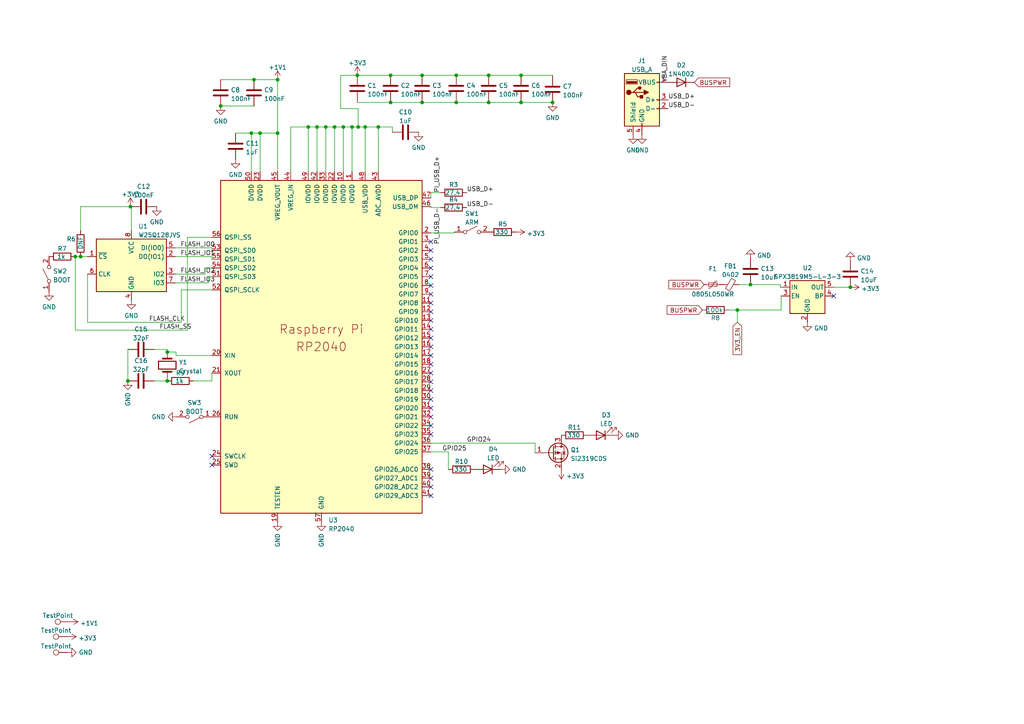
<source format=kicad_sch>
(kicad_sch (version 20211123) (generator eeschema)
  (paper "A4")
  (lib_symbols
    (symbol "Connector:TestPoint" (pin_numbers hide) (pin_names (offset 0.762) hide)
      (property "Reference" "TP" (at 0 6.858 0))
      (property "Value" "TestPoint" (at 0 5.08 0))
      (symbol "TestPoint_0_1"
        (circle (center 0 3.302) (radius 0.762))
      )
      (symbol "TestPoint_1_1"
        (pin passive line (at 0 0 90) (length 2.54) (name "1") (number "1"))
      )
    )
    (symbol "Connector:USB_A" (pin_names (offset 1.016))
      (property "Reference" "J" (at -5.08 11.43 0))
      (property "Value" "USB_A" (at -5.08 8.89 0))
      (symbol "USB_A_0_1"
        (rectangle (start -5.08 -7.62) (end 5.08 7.62) (stroke (width 0.254)) (fill (type background)))
        (circle (center -3.81 2.159) (radius 0.635) (stroke (width 0.254)) (fill (type outline)))
        (rectangle (start -1.524 4.826) (end -4.318 5.334) (fill (type outline)))
        (rectangle (start -1.27 4.572) (end -4.572 5.842))
        (circle (center -0.635 3.429) (radius 0.381) (stroke (width 0.254)) (fill (type outline)))
        (rectangle (start -0.127 -7.62) (end 0.127 -6.858))
        (polyline (pts (xy -3.175 2.159) (xy -2.54 2.159) (xy -1.27 3.429) (xy -0.635 3.429)) (stroke (width 0.254)))
        (polyline (pts (xy -2.54 2.159) (xy -1.905 2.159) (xy -1.27 0.889) (xy 0 0.889)) (stroke (width 0.254)))
        (polyline (pts (xy 0.635 2.794) (xy 0.635 1.524) (xy 1.905 2.159) (xy 0.635 2.794)) (stroke (width 0.254)) (fill (type outline)))
        (rectangle (start 0.254 1.27) (end -0.508 0.508) (stroke (width 0.254)) (fill (type outline)))
        (rectangle (start 5.08 -2.667) (end 4.318 -2.413))
        (rectangle (start 5.08 -0.127) (end 4.318 0.127))
        (rectangle (start 5.08 4.953) (end 4.318 5.207))
      )
      (symbol "USB_A_1_1"
        (polyline (pts (xy -1.905 2.159) (xy 0.635 2.159)) (stroke (width 0.254)))
        (pin power_in line (at 7.62 5.08 180) (length 2.54) (name "VBUS") (number "1"))
        (pin bidirectional line (at 7.62 -2.54 180) (length 2.54) (name "D-") (number "2"))
        (pin bidirectional line (at 7.62 0 180) (length 2.54) (name "D+") (number "3"))
        (pin power_in line (at 0 -10.16 90) (length 2.54) (name "GND") (number "4"))
        (pin passive line (at -2.54 -10.16 90) (length 2.54) (name "Shield") (number "5"))
      )
    )
    (symbol "Device:C" (pin_numbers hide) (pin_names (offset 0.254))
      (property "Reference" "C" (at 0.635 2.54 0))
      (property "Value" "C" (at 0.635 -2.54 0))
      (symbol "C_0_1"
        (polyline (pts (xy -2.032 -0.762) (xy 2.032 -0.762)) (stroke (width 0.508)))
        (polyline (pts (xy -2.032 0.762) (xy 2.032 0.762)) (stroke (width 0.508)))
      )
      (symbol "C_1_1"
        (pin passive line (at 0 3.81 270) (length 2.794) (name "~") (number "1"))
        (pin passive line (at 0 -3.81 90) (length 2.794) (name "~") (number "2"))
      )
    )
    (symbol "Device:Crystal" (pin_numbers hide) (pin_names (offset 1.016) hide)
      (property "Reference" "Y" (at 0 3.81 0))
      (property "Value" "Crystal" (at 0 -3.81 0))
      (symbol "Crystal_0_1"
        (rectangle (start -1.143 2.54) (end 1.143 -2.54) (stroke (width 0.3048)))
        (polyline (pts (xy -2.54 0) (xy -1.905 0)))
        (polyline (pts (xy -1.905 -1.27) (xy -1.905 1.27)) (stroke (width 0.508)))
        (polyline (pts (xy 1.905 -1.27) (xy 1.905 1.27)) (stroke (width 0.508)))
        (polyline (pts (xy 2.54 0) (xy 1.905 0)))
      )
      (symbol "Crystal_1_1"
        (pin passive line (at -3.81 0 0) (length 1.27) (name "1") (number "1"))
        (pin passive line (at 3.81 0 180) (length 1.27) (name "2") (number "2"))
      )
    )
    (symbol "Device:FerriteBead_Small" (pin_numbers hide) (pin_names (offset 0))
      (property "Reference" "FB" (at 1.905 1.27 0))
      (property "Value" "FerriteBead_Small" (at 1.905 -1.27 0))
      (symbol "FerriteBead_Small_0_1"
        (polyline (pts (xy 0 -1.27) (xy 0 -0.7874)))
        (polyline (pts (xy 0 0.889) (xy 0 1.2954)))
        (polyline (pts (xy -1.8288 0.2794) (xy -1.1176 1.4986) (xy 1.8288 -0.2032) (xy 1.1176 -1.4224) (xy -1.8288 0.2794)))
      )
      (symbol "FerriteBead_Small_1_1"
        (pin passive line (at 0 2.54 270) (length 1.27) (name "~") (number "1"))
        (pin passive line (at 0 -2.54 90) (length 1.27) (name "~") (number "2"))
      )
    )
    (symbol "Device:LED" (pin_numbers hide) (pin_names (offset 1.016) hide)
      (property "Reference" "D" (at 0 2.54 0))
      (property "Value" "LED" (at 0 -2.54 0))
      (symbol "LED_0_1"
        (polyline (pts (xy -1.27 -1.27) (xy -1.27 1.27)) (stroke (width 0.254)))
        (polyline (pts (xy -1.27 0) (xy 1.27 0)))
        (polyline (pts (xy 1.27 -1.27) (xy 1.27 1.27) (xy -1.27 0) (xy 1.27 -1.27)) (stroke (width 0.254)))
        (polyline (pts (xy -3.048 -0.762) (xy -4.572 -2.286) (xy -3.81 -2.286) (xy -4.572 -2.286) (xy -4.572 -1.524)))
        (polyline (pts (xy -1.778 -0.762) (xy -3.302 -2.286) (xy -2.54 -2.286) (xy -3.302 -2.286) (xy -3.302 -1.524)))
      )
      (symbol "LED_1_1"
        (pin passive line (at -3.81 0 0) (length 2.54) (name "K") (number "1"))
        (pin passive line (at 3.81 0 180) (length 2.54) (name "A") (number "2"))
      )
    )
    (symbol "Device:Polyfuse_Small" (pin_numbers hide) (pin_names (offset 0))
      (property "Reference" "F" (at -1.905 0 90))
      (property "Value" "Polyfuse_Small" (at 1.905 0 90))
      (symbol "Polyfuse_Small_0_1"
        (rectangle (start -0.508 1.27) (end 0.508 -1.27))
        (polyline (pts (xy 0 2.54) (xy 0 -2.54)))
        (polyline (pts (xy -1.016 1.27) (xy -1.016 0.762) (xy 1.016 -0.762) (xy 1.016 -1.27)))
      )
      (symbol "Polyfuse_Small_1_1"
        (pin passive line (at 0 2.54 270) (length 0.635) (name "~") (number "1"))
        (pin passive line (at 0 -2.54 90) (length 0.635) (name "~") (number "2"))
      )
    )
    (symbol "Device:R" (pin_numbers hide) (pin_names (offset 0))
      (property "Reference" "R" (at 2.032 0 90))
      (property "Value" "R" (at 0 0 90))
      (symbol "R_0_1"
        (rectangle (start -1.016 -2.54) (end 1.016 2.54) (stroke (width 0.254)))
      )
      (symbol "R_1_1"
        (pin passive line (at 0 3.81 270) (length 1.27) (name "~") (number "1"))
        (pin passive line (at 0 -3.81 90) (length 1.27) (name "~") (number "2"))
      )
    )
    (symbol "Diode:1N4002" (pin_numbers hide) (pin_names (offset 1.016) hide)
      (property "Reference" "D" (at 0 2.54 0))
      (property "Value" "1N4002" (at 0 -2.54 0))
      (symbol "1N4002_0_1"
        (polyline (pts (xy -1.27 1.27) (xy -1.27 -1.27)) (stroke (width 0.254)))
        (polyline (pts (xy 1.27 0) (xy -1.27 0)))
        (polyline (pts (xy 1.27 1.27) (xy 1.27 -1.27) (xy -1.27 0) (xy 1.27 1.27)) (stroke (width 0.254)))
      )
      (symbol "1N4002_1_1"
        (pin passive line (at -3.81 0 0) (length 2.54) (name "K") (number "1"))
        (pin passive line (at 3.81 0 180) (length 2.54) (name "A") (number "2"))
      )
    )
    (symbol "Memory_Flash:W25Q128JVS"
      (property "Reference" "U" (at -8.89 8.89 0))
      (property "Value" "W25Q128JVS" (at 7.62 8.89 0))
      (symbol "W25Q128JVS_0_1"
        (rectangle (start -10.16 7.62) (end 10.16 -7.62) (stroke (width 0.254)) (fill (type background)))
      )
      (symbol "W25Q128JVS_1_1"
        (pin input line (at -12.7 2.54 0) (length 2.54) (name "~{CS}") (number "1"))
        (pin bidirectional line (at 12.7 2.54 180) (length 2.54) (name "DO(IO1)") (number "2"))
        (pin bidirectional line (at 12.7 -2.54 180) (length 2.54) (name "IO2") (number "3"))
        (pin power_in line (at 0 -10.16 90) (length 2.54) (name "GND") (number "4"))
        (pin bidirectional line (at 12.7 5.08 180) (length 2.54) (name "DI(IO0)") (number "5"))
        (pin input line (at -12.7 -2.54 0) (length 2.54) (name "CLK") (number "6"))
        (pin bidirectional line (at 12.7 -5.08 180) (length 2.54) (name "IO3") (number "7"))
        (pin power_in line (at 0 10.16 270) (length 2.54) (name "VCC") (number "8"))
      )
    )
    (symbol "RP2040:RP2040" (pin_names (offset 1.016))
      (property "Reference" "U" (at -29.21 49.53 0))
      (property "Value" "RP2040" (at 24.13 -49.53 0))
      (symbol "RP2040_0_0"
        (text "Raspberry Pi" (at 0 5.08 0) (effects (font (size 2.54 2.54))))
        (text "RP2040" (at 0 0 0) (effects (font (size 2.54 2.54))))
      )
      (symbol "RP2040_0_1"
        (rectangle (start 29.21 48.26) (end -29.21 -48.26) (stroke (width 0.254)) (fill (type background)))
      )
      (symbol "RP2040_1_1"
        (pin power_in line (at 8.89 50.8 270) (length 2.54) (name "IOVDD") (number "1"))
        (pin power_in line (at 6.35 50.8 270) (length 2.54) (name "IOVDD") (number "10"))
        (pin bidirectional line (at 31.75 12.7 180) (length 2.54) (name "GPIO8") (number "11"))
        (pin bidirectional line (at 31.75 10.16 180) (length 2.54) (name "GPIO9") (number "12"))
        (pin bidirectional line (at 31.75 7.62 180) (length 2.54) (name "GPIO10") (number "13"))
        (pin bidirectional line (at 31.75 5.08 180) (length 2.54) (name "GPIO11") (number "14"))
        (pin bidirectional line (at 31.75 2.54 180) (length 2.54) (name "GPIO12") (number "15"))
        (pin bidirectional line (at 31.75 0 180) (length 2.54) (name "GPIO13") (number "16"))
        (pin bidirectional line (at 31.75 -2.54 180) (length 2.54) (name "GPIO14") (number "17"))
        (pin bidirectional line (at 31.75 -5.08 180) (length 2.54) (name "GPIO15") (number "18"))
        (pin passive line (at -12.7 -50.8 90) (length 2.54) (name "TESTEN") (number "19"))
        (pin bidirectional line (at 31.75 33.02 180) (length 2.54) (name "GPIO0") (number "2"))
        (pin input line (at -31.75 -2.54 0) (length 2.54) (name "XIN") (number "20"))
        (pin passive line (at -31.75 -7.62 0) (length 2.54) (name "XOUT") (number "21"))
        (pin power_in line (at 3.81 50.8 270) (length 2.54) (name "IOVDD") (number "22"))
        (pin power_in line (at -17.78 50.8 270) (length 2.54) (name "DVDD") (number "23"))
        (pin output line (at -31.75 -31.75 0) (length 2.54) (name "SWCLK") (number "24"))
        (pin bidirectional line (at -31.75 -34.29 0) (length 2.54) (name "SWD") (number "25"))
        (pin input line (at -31.75 -20.32 0) (length 2.54) (name "RUN") (number "26"))
        (pin bidirectional line (at 31.75 -7.62 180) (length 2.54) (name "GPIO16") (number "27"))
        (pin bidirectional line (at 31.75 -10.16 180) (length 2.54) (name "GPIO17") (number "28"))
        (pin bidirectional line (at 31.75 -12.7 180) (length 2.54) (name "GPIO18") (number "29"))
        (pin bidirectional line (at 31.75 30.48 180) (length 2.54) (name "GPIO1") (number "3"))
        (pin bidirectional line (at 31.75 -15.24 180) (length 2.54) (name "GPIO19") (number "30"))
        (pin bidirectional line (at 31.75 -17.78 180) (length 2.54) (name "GPIO20") (number "31"))
        (pin bidirectional line (at 31.75 -20.32 180) (length 2.54) (name "GPIO21") (number "32"))
        (pin power_in line (at 1.27 50.8 270) (length 2.54) (name "IOVDD") (number "33"))
        (pin bidirectional line (at 31.75 -22.86 180) (length 2.54) (name "GPIO22") (number "34"))
        (pin bidirectional line (at 31.75 -25.4 180) (length 2.54) (name "GPIO23") (number "35"))
        (pin bidirectional line (at 31.75 -27.94 180) (length 2.54) (name "GPIO24") (number "36"))
        (pin bidirectional line (at 31.75 -30.48 180) (length 2.54) (name "GPIO25") (number "37"))
        (pin bidirectional line (at 31.75 -35.56 180) (length 2.54) (name "GPIO26_ADC0") (number "38"))
        (pin bidirectional line (at 31.75 -38.1 180) (length 2.54) (name "GPIO27_ADC1") (number "39"))
        (pin bidirectional line (at 31.75 27.94 180) (length 2.54) (name "GPIO2") (number "4"))
        (pin bidirectional line (at 31.75 -40.64 180) (length 2.54) (name "GPIO28_ADC2") (number "40"))
        (pin bidirectional line (at 31.75 -43.18 180) (length 2.54) (name "GPIO29_ADC3") (number "41"))
        (pin power_in line (at -1.27 50.8 270) (length 2.54) (name "IOVDD") (number "42"))
        (pin power_in line (at 16.51 50.8 270) (length 2.54) (name "ADC_AVDD") (number "43"))
        (pin power_in line (at -8.89 50.8 270) (length 2.54) (name "VREG_IN") (number "44"))
        (pin power_out line (at -12.7 50.8 270) (length 2.54) (name "VREG_VOUT") (number "45"))
        (pin bidirectional line (at 31.75 40.64 180) (length 2.54) (name "USB_DM") (number "46"))
        (pin bidirectional line (at 31.75 43.18 180) (length 2.54) (name "USB_DP") (number "47"))
        (pin power_in line (at 12.7 50.8 270) (length 2.54) (name "USB_VDD") (number "48"))
        (pin power_in line (at -3.81 50.8 270) (length 2.54) (name "IOVDD") (number "49"))
        (pin bidirectional line (at 31.75 25.4 180) (length 2.54) (name "GPIO3") (number "5"))
        (pin power_in line (at -20.32 50.8 270) (length 2.54) (name "DVDD") (number "50"))
        (pin bidirectional line (at -31.75 20.32 0) (length 2.54) (name "QSPI_SD3") (number "51"))
        (pin output line (at -31.75 16.51 0) (length 2.54) (name "QSPI_SCLK") (number "52"))
        (pin bidirectional line (at -31.75 27.94 0) (length 2.54) (name "QSPI_SD0") (number "53"))
        (pin bidirectional line (at -31.75 22.86 0) (length 2.54) (name "QSPI_SD2") (number "54"))
        (pin bidirectional line (at -31.75 25.4 0) (length 2.54) (name "QSPI_SD1") (number "55"))
        (pin bidirectional line (at -31.75 31.75 0) (length 2.54) (name "QSPI_SS") (number "56"))
        (pin power_in line (at 0 -50.8 90) (length 2.54) (name "GND") (number "57"))
        (pin bidirectional line (at 31.75 22.86 180) (length 2.54) (name "GPIO4") (number "6"))
        (pin bidirectional line (at 31.75 20.32 180) (length 2.54) (name "GPIO5") (number "7"))
        (pin bidirectional line (at 31.75 17.78 180) (length 2.54) (name "GPIO6") (number "8"))
        (pin bidirectional line (at 31.75 15.24 180) (length 2.54) (name "GPIO7") (number "9"))
      )
    )
    (symbol "Regulator_Linear:SPX3819M5-L-3-3" (pin_names (offset 0.254))
      (property "Reference" "U" (at -3.81 5.715 0))
      (property "Value" "SPX3819M5-L-3-3" (at 0 5.715 0))
      (symbol "SPX3819M5-L-3-3_0_1"
        (rectangle (start -5.08 4.445) (end 5.08 -5.08) (stroke (width 0.254)) (fill (type background)))
      )
      (symbol "SPX3819M5-L-3-3_1_1"
        (pin power_in line (at -7.62 2.54 0) (length 2.54) (name "IN") (number "1"))
        (pin power_in line (at 0 -7.62 90) (length 2.54) (name "GND") (number "2"))
        (pin input line (at -7.62 0 0) (length 2.54) (name "EN") (number "3"))
        (pin input line (at 7.62 0 180) (length 2.54) (name "BP") (number "4"))
        (pin power_out line (at 7.62 2.54 180) (length 2.54) (name "OUT") (number "5"))
      )
    )
    (symbol "Switch:SW_SPST" (pin_names (offset 0) hide)
      (property "Reference" "SW" (at 0 3.175 0))
      (property "Value" "SW_SPST" (at 0 -2.54 0))
      (symbol "SW_SPST_0_0"
        (circle (center -2.032 0) (radius 0.508))
        (polyline (pts (xy -1.524 0.254) (xy 1.524 1.778)))
        (circle (center 2.032 0) (radius 0.508))
      )
      (symbol "SW_SPST_1_1"
        (pin passive line (at -5.08 0 0) (length 2.54) (name "A") (number "1"))
        (pin passive line (at 5.08 0 180) (length 2.54) (name "B") (number "2"))
      )
    )
    (symbol "Transistor_FET:Si2319CDS" (pin_names hide)
      (property "Reference" "Q" (at 5.08 1.905 0))
      (property "Value" "Si2319CDS" (at 5.08 0 0))
      (symbol "Si2319CDS_0_1"
        (polyline (pts (xy 0.254 0) (xy -2.54 0)))
        (polyline (pts (xy 0.254 1.905) (xy 0.254 -1.905)) (stroke (width 0.254)))
        (polyline (pts (xy 0.762 -1.27) (xy 0.762 -2.286)) (stroke (width 0.254)))
        (polyline (pts (xy 0.762 0.508) (xy 0.762 -0.508)) (stroke (width 0.254)))
        (polyline (pts (xy 0.762 2.286) (xy 0.762 1.27)) (stroke (width 0.254)))
        (polyline (pts (xy 2.54 2.54) (xy 2.54 1.778)))
        (polyline (pts (xy 2.54 -2.54) (xy 2.54 0) (xy 0.762 0)))
        (polyline (pts (xy 0.762 1.778) (xy 3.302 1.778) (xy 3.302 -1.778) (xy 0.762 -1.778)))
        (polyline (pts (xy 2.286 0) (xy 1.27 0.381) (xy 1.27 -0.381) (xy 2.286 0)) (fill (type outline)))
        (polyline (pts (xy 2.794 -0.508) (xy 2.921 -0.381) (xy 3.683 -0.381) (xy 3.81 -0.254)))
        (polyline (pts (xy 3.302 -0.381) (xy 2.921 0.254) (xy 3.683 0.254) (xy 3.302 -0.381)))
        (circle (center 1.651 0) (radius 2.794) (stroke (width 0.254)))
        (circle (center 2.54 -1.778) (radius 0.254) (fill (type outline)))
        (circle (center 2.54 1.778) (radius 0.254) (fill (type outline)))
      )
      (symbol "Si2319CDS_1_1"
        (pin input line (at -5.08 0 0) (length 2.54) (name "G") (number "1"))
        (pin passive line (at 2.54 -5.08 90) (length 2.54) (name "S") (number "2"))
        (pin passive line (at 2.54 5.08 270) (length 2.54) (name "D") (number "3"))
      )
    )
    (symbol "power:+1V1" (power) (pin_names (offset 0))
      (property "Value" "+1V1" (at 0 3.556 0))
      (symbol "+1V1_0_1"
        (polyline (pts (xy -0.762 1.27) (xy 0 2.54)))
        (polyline (pts (xy 0 0) (xy 0 2.54)))
        (polyline (pts (xy 0 2.54) (xy 0.762 1.27)))
      )
      (symbol "+1V1_1_1"
        (pin power_in line (at 0 0 90) (length 0) hide (name "+1V1") (number "1"))
      )
    )
    (symbol "power:+3.3V" (power) (pin_names (offset 0))
      (property "Value" "+3.3V" (at 0 3.556 0))
      (symbol "+3.3V_0_1"
        (polyline (pts (xy -0.762 1.27) (xy 0 2.54)))
        (polyline (pts (xy 0 0) (xy 0 2.54)))
        (polyline (pts (xy 0 2.54) (xy 0.762 1.27)))
      )
      (symbol "+3.3V_1_1"
        (pin power_in line (at 0 0 90) (length 0) hide (name "+3V3") (number "1"))
      )
    )
    (symbol "power:GND" (power) (pin_names (offset 0))
      (property "Value" "GND" (at 0 -3.81 0))
      (symbol "GND_0_1"
        (polyline (pts (xy 0 0) (xy 0 -1.27) (xy 1.27 -1.27) (xy 0 -2.54) (xy -1.27 -1.27) (xy 0 -1.27)))
      )
      (symbol "GND_1_1"
        (pin power_in line (at 0 0 270) (length 0) hide (name "GND") (number "1"))
      )
    )
  )
  (junction (at 132.334 21.844))
  (junction (at 80.518 23.114))
  (junction (at 151.13 21.844))
  (junction (at 246.634 83.312))
  (junction (at 48.514 102.108))
  (junction (at 48.514 110.49))
  (junction (at 80.518 38.608))
  (junction (at 113.284 21.844))
  (junction (at 37.084 110.49))
  (junction (at 21.844 74.422))
  (junction (at 73.66 23.114))
  (junction (at 109.728 36.83))
  (junction (at 91.948 36.83))
  (junction (at 141.732 29.718))
  (junction (at 160.274 29.718))
  (junction (at 75.438 38.608))
  (junction (at 89.408 36.83))
  (junction (at 113.284 29.718))
  (junction (at 122.428 21.844))
  (junction (at 213.868 89.916))
  (junction (at 105.918 36.83))
  (junction (at 97.028 36.83))
  (junction (at 151.13 29.718))
  (junction (at 103.886 36.83))
  (junction (at 72.898 38.608))
  (junction (at 132.334 29.718))
  (junction (at 102.108 36.83))
  (junction (at 103.632 21.844))
  (junction (at 94.488 36.83))
  (junction (at 23.368 74.422))
  (junction (at 37.846 59.944))
  (junction (at 122.428 29.718))
  (junction (at 141.732 21.844))
  (junction (at 64.008 30.734))
  (junction (at 99.568 36.83))
  (junction (at 217.678 82.55))
  (no_connect (at 241.808 85.852))
  (no_connect (at 61.468 132.334))
  (no_connect (at 61.468 134.874))
  (no_connect (at 124.968 141.224))
  (no_connect (at 124.968 143.764))
  (no_connect (at 124.968 136.144))
  (no_connect (at 124.968 138.684))
  (no_connect (at 124.968 125.984))
  (no_connect (at 124.968 123.444))
  (no_connect (at 124.968 120.904))
  (no_connect (at 124.968 118.364))
  (no_connect (at 124.968 115.824))
  (no_connect (at 124.968 113.284))
  (no_connect (at 124.968 110.744))
  (no_connect (at 124.968 108.204))
  (no_connect (at 124.968 105.664))
  (no_connect (at 124.968 103.124))
  (no_connect (at 124.968 100.584))
  (no_connect (at 124.968 98.044))
  (no_connect (at 124.968 95.504))
  (no_connect (at 124.968 92.964))
  (no_connect (at 124.968 90.424))
  (no_connect (at 124.968 87.884))
  (no_connect (at 124.968 85.344))
  (no_connect (at 124.968 82.804))
  (no_connect (at 124.968 80.264))
  (no_connect (at 124.968 77.724))
  (no_connect (at 124.968 75.184))
  (no_connect (at 124.968 72.644))
  (no_connect (at 124.968 70.104))
  (wire (pts (xy 214.376 82.55) (xy 217.678 82.55)))
  (wire (pts (xy 151.13 21.844) (xy 160.274 21.844)))
  (wire (pts (xy 241.808 83.312) (xy 246.634 83.312)))
  (wire (pts (xy 61.468 110.49) (xy 61.468 108.204)))
  (wire (pts (xy 80.518 38.608) (xy 80.518 23.114)))
  (wire (pts (xy 160.274 21.844) (xy 160.274 22.098)))
  (wire (pts (xy 54.356 95.758) (xy 21.844 95.758)))
  (wire (pts (xy 113.284 21.844) (xy 122.428 21.844)))
  (wire (pts (xy 103.886 36.83) (xy 103.886 31.496)))
  (wire (pts (xy 52.578 84.074) (xy 52.578 93.472)))
  (wire (pts (xy 213.868 89.916) (xy 213.868 93.472)))
  (wire (pts (xy 23.368 74.422) (xy 25.4 74.422)))
  (wire (pts (xy 151.13 29.718) (xy 141.732 29.718)))
  (wire (pts (xy 50.8 71.882) (xy 61.468 71.882)))
  (wire (pts (xy 124.968 128.524) (xy 155.194 128.524)))
  (wire (pts (xy 38.1 66.802) (xy 38.1 59.944)))
  (wire (pts (xy 21.844 74.422) (xy 23.368 74.422)))
  (wire (pts (xy 124.968 55.88) (xy 124.968 57.404)))
  (wire (pts (xy 51.054 102.108) (xy 48.514 102.108)))
  (wire (pts (xy 56.134 110.49) (xy 61.468 110.49)))
  (wire (pts (xy 141.732 29.718) (xy 132.334 29.718)))
  (wire (pts (xy 160.274 29.718) (xy 151.13 29.718)))
  (wire (pts (xy 122.428 29.718) (xy 113.284 29.718)))
  (wire (pts (xy 50.8 74.422) (xy 61.468 74.422)))
  (wire (pts (xy 127.762 55.88) (xy 124.968 55.88)))
  (wire (pts (xy 94.488 36.83) (xy 97.028 36.83)))
  (wire (pts (xy 44.704 101.346) (xy 48.514 101.346)))
  (wire (pts (xy 60.452 82.042) (xy 60.452 80.264)))
  (wire (pts (xy 98.806 21.844) (xy 103.632 21.844)))
  (wire (pts (xy 60.452 80.264) (xy 61.468 80.264)))
  (wire (pts (xy 61.468 103.124) (xy 51.054 103.124)))
  (wire (pts (xy 132.334 29.718) (xy 122.428 29.718)))
  (wire (pts (xy 226.314 83.312) (xy 226.568 83.312)))
  (wire (pts (xy 109.728 36.83) (xy 113.792 36.83)))
  (wire (pts (xy 141.732 21.844) (xy 151.13 21.844)))
  (wire (pts (xy 61.468 84.074) (xy 52.578 84.074)))
  (wire (pts (xy 103.632 21.844) (xy 113.284 21.844)))
  (wire (pts (xy 213.868 89.916) (xy 226.568 89.916)))
  (wire (pts (xy 122.428 29.464) (xy 122.428 29.718)))
  (wire (pts (xy 84.328 49.784) (xy 84.328 36.83)))
  (wire (pts (xy 89.408 49.784) (xy 89.408 36.83)))
  (wire (pts (xy 127.762 60.198) (xy 124.968 60.198)))
  (wire (pts (xy 113.284 29.464) (xy 113.284 29.718)))
  (wire (pts (xy 211.328 89.916) (xy 213.868 89.916)))
  (wire (pts (xy 109.728 36.83) (xy 105.918 36.83)))
  (wire (pts (xy 72.898 38.608) (xy 75.438 38.608)))
  (wire (pts (xy 226.568 89.916) (xy 226.568 85.852)))
  (wire (pts (xy 103.632 29.718) (xy 103.632 29.464)))
  (wire (pts (xy 64.008 30.734) (xy 73.66 30.734)))
  (wire (pts (xy 124.968 67.564) (xy 131.826 67.564)))
  (wire (pts (xy 97.028 36.83) (xy 99.568 36.83)))
  (wire (pts (xy 113.792 36.83) (xy 113.792 38.354)))
  (wire (pts (xy 75.438 49.784) (xy 75.438 38.608)))
  (wire (pts (xy 102.108 36.83) (xy 103.886 36.83)))
  (wire (pts (xy 99.568 36.83) (xy 99.568 49.784)))
  (wire (pts (xy 37.846 59.944) (xy 23.368 59.944)))
  (wire (pts (xy 59.436 77.724) (xy 61.468 77.724)))
  (wire (pts (xy 84.328 36.83) (xy 89.408 36.83)))
  (wire (pts (xy 124.968 131.064) (xy 130.048 131.064)))
  (wire (pts (xy 98.806 31.496) (xy 98.806 21.844)))
  (wire (pts (xy 37.084 110.49) (xy 37.592 110.49)))
  (wire (pts (xy 68.326 38.608) (xy 72.898 38.608)))
  (wire (pts (xy 48.514 110.49) (xy 48.514 109.728)))
  (wire (pts (xy 59.436 79.502) (xy 59.436 77.724)))
  (wire (pts (xy 89.408 36.83) (xy 91.948 36.83)))
  (wire (pts (xy 105.918 49.784) (xy 105.918 36.83)))
  (wire (pts (xy 151.13 29.464) (xy 151.13 29.718)))
  (wire (pts (xy 103.886 36.83) (xy 105.918 36.83)))
  (wire (pts (xy 102.108 36.83) (xy 102.108 49.784)))
  (wire (pts (xy 38.1 59.944) (xy 37.846 59.944)))
  (wire (pts (xy 51.054 103.124) (xy 51.054 102.108)))
  (wire (pts (xy 50.8 82.042) (xy 60.452 82.042)))
  (wire (pts (xy 141.732 29.464) (xy 141.732 29.718)))
  (wire (pts (xy 52.578 93.472) (xy 25.4 93.472)))
  (wire (pts (xy 48.514 101.346) (xy 48.514 102.108)))
  (wire (pts (xy 73.66 23.114) (xy 64.008 23.114)))
  (wire (pts (xy 226.314 82.55) (xy 226.314 83.312)))
  (wire (pts (xy 44.704 110.49) (xy 48.514 110.49)))
  (wire (pts (xy 113.284 29.718) (xy 103.632 29.718)))
  (wire (pts (xy 109.728 49.784) (xy 109.728 36.83)))
  (wire (pts (xy 132.334 29.464) (xy 132.334 29.718)))
  (wire (pts (xy 54.356 68.834) (xy 54.356 95.758)))
  (wire (pts (xy 99.568 36.83) (xy 102.108 36.83)))
  (wire (pts (xy 75.438 38.608) (xy 80.518 38.608)))
  (wire (pts (xy 61.468 74.422) (xy 61.468 75.184)))
  (wire (pts (xy 91.948 36.83) (xy 94.488 36.83)))
  (wire (pts (xy 50.8 79.502) (xy 59.436 79.502)))
  (wire (pts (xy 80.518 23.114) (xy 73.66 23.114)))
  (wire (pts (xy 131.826 67.564) (xy 131.826 67.31)))
  (wire (pts (xy 37.084 101.346) (xy 37.084 110.49)))
  (wire (pts (xy 72.898 38.608) (xy 72.898 49.784)))
  (wire (pts (xy 122.428 21.844) (xy 132.334 21.844)))
  (wire (pts (xy 23.368 59.944) (xy 23.368 66.802)))
  (wire (pts (xy 97.028 36.83) (xy 97.028 49.784)))
  (wire (pts (xy 80.518 49.784) (xy 80.518 38.608)))
  (wire (pts (xy 155.194 128.524) (xy 155.194 131.318)))
  (wire (pts (xy 21.844 95.758) (xy 21.844 74.422)))
  (wire (pts (xy 91.948 36.83) (xy 91.948 49.784)))
  (wire (pts (xy 130.048 131.064) (xy 130.048 136.144)))
  (wire (pts (xy 25.4 93.472) (xy 25.4 79.502)))
  (wire (pts (xy 217.678 82.55) (xy 226.314 82.55)))
  (wire (pts (xy 61.468 68.834) (xy 54.356 68.834)))
  (wire (pts (xy 132.334 21.844) (xy 141.732 21.844)))
  (wire (pts (xy 124.968 60.198) (xy 124.968 59.944)))
  (wire (pts (xy 103.886 31.496) (xy 98.806 31.496)))
  (wire (pts (xy 61.468 71.882) (xy 61.468 72.644)))
  (wire (pts (xy 94.488 36.83) (xy 94.488 49.784)))
  (label "VBA_DIN" (at 193.802 23.876 90))
  (label "FLASH_IO3" (at 52.324 82.042 0))
  (label "USB_D+" (at 135.382 55.88 0))
  (label "USB_D-" (at 135.382 60.198 0))
  (label "PI_USB_D+" (at 127.762 55.88 90))
  (label "GPIO24" (at 135.382 128.524 0))
  (label "USB_D-" (at 193.802 31.496 0))
  (label "FLASH_SS" (at 46.228 95.758 0))
  (label "USB_D+" (at 193.802 28.956 0))
  (label "FLASH_IO0" (at 52.324 71.882 0))
  (label "FLASH_IO1" (at 52.324 74.422 0))
  (label "FLASH_CLK" (at 43.18 93.472 0))
  (label "FLASH_IO2" (at 52.324 79.502 0))
  (label "PI_USB_D-" (at 127.762 60.198 270))
  (label "GPIO25" (at 128.27 131.064 0))
  (global_label "3V3_EN" (shape input) (at 213.868 93.472 270) (property "Intersheet References" "${INTERSHEET_REFS}" (effects hide)))
  (global_label "BUSPWR" (shape input) (at 203.708 89.916 180) (property "Intersheet References" "${INTERSHEET_REFS}" (effects hide)))
  (global_label "BUSPWR" (shape input) (at 204.216 82.55 180) (property "Intersheet References" "${INTERSHEET_REFS}" (effects hide)))
  (global_label "BUSPWR" (shape input) (at 201.422 23.876 0) (property "Intersheet References" "${INTERSHEET_REFS}" (effects hide)))
  (symbol (lib_id "Device:C") (at 132.334 25.654 0) (unit 1)
    (property "Reference" "C4" (at 135.255 24.8193 0) (effects (justify left)))
    (property "Value" "100nF" (at 135.255 27.3562 0) (effects (justify left)))
    (property "Footprint" "Capacitor_SMD:C_0402_1005Metric" (effects hide))
  )
  (symbol (lib_id "power:GND") (at 19.558 189.23 90) (unit 1)
    (property "Reference" "#PWR031" (effects hide))
    (property "Value" "GND" (at 26.924 189.23 90) (effects (justify left)))
  )
  (symbol (lib_id "Device:C") (at 217.678 78.74 180) (unit 1)
    (property "Reference" "C13" (at 220.599 77.9053 0) (effects (justify right)))
    (property "Value" "10uF" (at 220.599 80.4422 0) (effects (justify right)))
    (property "Footprint" "Capacitor_SMD:C_0603_1608Metric" (effects hide))
  )
  (symbol (lib_id "power:GND") (at 234.188 93.472 0) (unit 1)
    (property "Reference" "#PWR021" (effects hide))
    (property "Value" "GND" (at 236.093 95.1758 0) (effects (justify left)))
  )
  (symbol (lib_id "Device:R") (at 166.624 126.238 90) (unit 1)
    (property "Reference" "R11" (at 166.624 123.952 90))
    (property "Value" "330" (at 166.37 126.238 90))
    (property "Footprint" "Resistor_SMD:R_0402_1005Metric" (effects hide))
  )
  (symbol (lib_id "Device:C") (at 122.428 25.654 0) (unit 1)
    (property "Reference" "C3" (at 125.349 24.8193 0) (effects (justify left)))
    (property "Value" "100nF" (at 125.349 27.3562 0) (effects (justify left)))
    (property "Footprint" "Capacitor_SMD:C_0402_1005Metric" (effects hide))
  )
  (symbol (lib_id "Device:R") (at 145.796 67.31 90) (unit 1)
    (property "Reference" "R5" (at 145.796 65.024 90))
    (property "Value" "330" (at 145.542 67.31 90))
    (property "Footprint" "Resistor_SMD:R_0402_1005Metric" (effects hide))
  )
  (symbol (lib_id "Switch:SW_SPST") (at 14.224 79.502 90) (unit 1)
    (property "Reference" "SW2" (at 15.367 78.6673 90) (effects (justify right)))
    (property "Value" "BOOT" (at 15.367 81.2042 90) (effects (justify right)))
    (property "Footprint" "ALPS:SW_SPST_ALPS_SKRKAEE020" (effects hide))
  )
  (symbol (lib_id "Regulator_Linear:SPX3819M5-L-3-3") (at 234.188 85.852 0) (unit 1)
    (property "Reference" "U2" (at 234.188 77.7072 0))
    (property "Value" "SPX3819M5-L-3-3" (at 234.188 80.2441 0))
    (property "Footprint" "Package_TO_SOT_SMD:SOT-23-5" (effects hide))
    (property "Datasheet" "https://www.exar.com/content/document.ashx?id=22106&languageid=1033&type=Datasheet&partnumber=SPX3819&filename=SPX3819.pdf&part=SPX3819" (effects hide))
  )
  (symbol (lib_id "power:GND") (at 178.054 126.238 90) (unit 1)
    (property "Reference" "#PWR024" (effects hide))
    (property "Value" "GND" (at 185.42 126.238 90) (effects (justify left)))
  )
  (symbol (lib_id "Device:C") (at 160.274 25.908 0) (unit 1)
    (property "Reference" "C7" (at 163.195 25.0733 0) (effects (justify left)))
    (property "Value" "100nF" (at 163.195 27.6102 0) (effects (justify left)))
    (property "Footprint" "Capacitor_SMD:C_0402_1005Metric" (effects hide))
  )
  (symbol (lib_id "Transistor_FET:Si2319CDS") (at 160.274 131.318 0) (unit 1)
    (property "Reference" "Q1" (at 165.481 130.4833 0) (effects (justify left)))
    (property "Value" "Si2319CDS" (at 165.481 133.0202 0) (effects (justify left)))
    (property "Footprint" "Package_TO_SOT_SMD:SOT-23" (effects hide))
    (property "Datasheet" "http://www.vishay.com/docs/66709/si2319cd.pdf" (effects hide))
  )
  (symbol (lib_id "Device:C") (at 141.732 25.654 0) (unit 1)
    (property "Reference" "C5" (at 144.653 24.8193 0) (effects (justify left)))
    (property "Value" "100nF" (at 144.653 27.3562 0) (effects (justify left)))
    (property "Footprint" "Capacitor_SMD:C_0402_1005Metric" (effects hide))
  )
  (symbol (lib_id "Device:Polyfuse_Small") (at 206.756 82.55 90) (unit 1)
    (property "Reference" "F1" (at 206.756 77.9612 90))
    (property "Value" "0805L050WR" (at 206.756 85.344 90))
    (property "Footprint" "Fuse:Fuse_0805_2012Metric" (effects hide))
  )
  (symbol (lib_id "Device:C") (at 103.632 25.654 0) (unit 1)
    (property "Reference" "C1" (at 106.553 24.8193 0) (effects (justify left)))
    (property "Value" "100nF" (at 106.553 27.3562 0) (effects (justify left)))
    (property "Footprint" "Capacitor_SMD:C_0402_1005Metric" (effects hide))
  )
  (symbol (lib_id "Device:LED") (at 174.244 126.238 180) (unit 1)
    (property "Reference" "D3" (at 175.8315 120.3792 0))
    (property "Value" "LED" (at 175.8315 122.9161 0))
    (property "Footprint" "LED_SMD:LED_0402_1005Metric" (effects hide))
  )
  (symbol (lib_id "Device:R") (at 133.858 136.144 90) (unit 1)
    (property "Reference" "R10" (at 133.858 133.858 90))
    (property "Value" "330" (at 133.604 136.144 90))
    (property "Footprint" "Resistor_SMD:R_0402_1005Metric" (effects hide))
  )
  (symbol (lib_id "Connector:TestPoint") (at 19.558 184.658 90) (unit 1)
    (property "Reference" "TP4" (effects hide))
    (property "Value" "TestPoint" (at 16.256 182.8602 90))
    (property "Footprint" "TestPoint:TestPoint_Pad_2.0x2.0mm" (effects hide))
  )
  (symbol (lib_id "Connector:TestPoint") (at 19.558 189.23 90) (unit 1)
    (property "Reference" "TP5" (effects hide))
    (property "Value" "TestPoint" (at 16.256 187.4322 90))
    (property "Footprint" "TestPoint:TestPoint_Pad_2.0x2.0mm" (effects hide))
  )
  (symbol (lib_id "power:GND") (at 37.084 110.49 0) (unit 1)
    (property "Reference" "#PWR022" (effects hide))
    (property "Value" "GND" (at 37.084 117.856 90) (effects (justify left)))
  )
  (symbol (lib_id "Device:C") (at 117.602 38.354 90) (unit 1)
    (property "Reference" "C10" (at 117.602 32.4952 90))
    (property "Value" "1uF" (at 117.602 35.0321 90))
    (property "Footprint" "Capacitor_SMD:C_0402_1005Metric" (effects hide))
  )
  (symbol (lib_id "power:GND") (at 145.288 136.144 90) (unit 1)
    (property "Reference" "#PWR025" (effects hide))
    (property "Value" "GND" (at 152.654 136.144 90) (effects (justify left)))
  )
  (symbol (lib_id "power:GND") (at 217.678 74.93 180) (unit 1)
    (property "Reference" "#PWR016" (effects hide))
    (property "Value" "GND" (at 219.583 74.0938 0) (effects (justify right)))
  )
  (symbol (lib_id "Device:R") (at 18.034 74.422 90) (unit 1)
    (property "Reference" "R7" (at 18.034 72.136 90))
    (property "Value" "1k" (at 17.78 74.422 90))
    (property "Footprint" "Resistor_SMD:R_0402_1005Metric" (effects hide))
  )
  (symbol (lib_id "power:GND") (at 186.182 39.116 0) (unit 1)
    (property "Reference" "#PWR09" (effects hide))
    (property "Value" "GND" (at 186.182 43.5594 0))
  )
  (symbol (lib_id "Switch:SW_SPST") (at 56.388 120.904 180) (unit 1)
    (property "Reference" "SW3" (at 56.388 116.8232 0))
    (property "Value" "BOOT" (at 56.388 119.3601 0))
    (property "Footprint" "ALPS:SW_SPST_ALPS_SKRKAEE020" (effects hide))
  )
  (symbol (lib_id "Device:C") (at 73.66 26.924 0) (unit 1)
    (property "Reference" "C9" (at 76.581 26.0893 0) (effects (justify left)))
    (property "Value" "100nF" (at 76.581 28.6262 0) (effects (justify left)))
    (property "Footprint" "Capacitor_SMD:C_0402_1005Metric" (effects hide))
  )
  (symbol (lib_id "power:+3.3V") (at 37.846 59.944 0) (unit 1)
    (property "Reference" "#PWR011" (effects hide))
    (property "Value" "+3.3V" (at 37.846 56.3682 0))
  )
  (symbol (lib_id "power:GND") (at 38.1 87.122 0) (unit 1)
    (property "Reference" "#PWR020" (effects hide))
    (property "Value" "GND" (at 38.1 91.5654 0))
  )
  (symbol (lib_id "Memory_Flash:W25Q128JVS") (at 38.1 76.962 0) (unit 1)
    (property "Reference" "U1" (at 40.1194 65.6422 0) (effects (justify left)))
    (property "Value" "W25Q128JVS" (at 40.1194 68.1791 0) (effects (justify left)))
    (property "Footprint" "Package_SON:WSON-8-1EP_6x5mm_P1.27mm_EP3.4x4mm" (effects hide))
    (property "Datasheet" "http://www.winbond.com/resource-files/w25q128jv_dtr%20revc%2003272018%20plus.pdf" (effects hide))
  )
  (symbol (lib_id "Device:FerriteBead_Small") (at 211.836 82.55 270) (unit 1)
    (property "Reference" "FB1" (at 211.8741 77.1484 90))
    (property "Value" "0402" (at 211.8741 79.6853 90))
    (property "Footprint" "Resistor_SMD:R_0402_1005Metric" (effects hide))
  )
  (symbol (lib_id "Device:R") (at 131.572 55.88 90) (unit 1)
    (property "Reference" "R3" (at 131.572 53.594 90))
    (property "Value" "27.4" (at 131.318 55.88 90))
    (property "Footprint" "Resistor_SMD:R_0402_1005Metric" (effects hide))
  )
  (symbol (lib_id "power:+3.3V") (at 162.814 136.398 180) (unit 1)
    (property "Reference" "#PWR026" (effects hide))
    (property "Value" "+3.3V" (at 164.211 138.1018 0) (effects (justify right)))
  )
  (symbol (lib_id "power:+3.3V") (at 103.632 21.844 0) (unit 1)
    (property "Reference" "#PWR01" (effects hide))
    (property "Value" "+3.3V" (at 103.632 18.2682 0))
  )
  (symbol (lib_id "power:+1V1") (at 80.518 23.114 0) (unit 1)
    (property "Reference" "#PWR02" (effects hide))
    (property "Value" "+1V1" (at 80.518 19.5382 0))
  )
  (symbol (lib_id "Device:C") (at 40.894 110.49 270) (unit 1)
    (property "Reference" "C16" (at 40.894 104.6312 90))
    (property "Value" "32pF" (at 40.894 107.1681 90))
    (property "Footprint" "Capacitor_SMD:C_0402_1005Metric" (effects hide))
  )
  (symbol (lib_id "power:GND") (at 160.274 29.718 0) (unit 1)
    (property "Reference" "#PWR04" (effects hide))
    (property "Value" "GND" (at 160.274 34.1614 0))
  )
  (symbol (lib_id "Diode:1N4002") (at 197.612 23.876 180) (unit 1)
    (property "Reference" "D2" (at 197.612 18.9062 0))
    (property "Value" "1N4002" (at 197.612 21.4431 0))
    (property "Footprint" "Diode_SMD:D_SOD-123F" (effects hide))
    (property "Datasheet" "http://www.vishay.com/docs/88503/1n4001.pdf" (effects hide))
  )
  (symbol (lib_id "Device:C") (at 113.284 25.654 0) (unit 1)
    (property "Reference" "C2" (at 116.205 24.8193 0) (effects (justify left)))
    (property "Value" "100nF" (at 116.205 27.3562 0) (effects (justify left)))
    (property "Footprint" "Capacitor_SMD:C_0402_1005Metric" (effects hide))
  )
  (symbol (lib_id "power:GND") (at 93.218 151.384 0) (unit 1)
    (property "Reference" "#PWR028" (effects hide))
    (property "Value" "GND" (at 93.218 158.75 90) (effects (justify left)))
  )
  (symbol (lib_id "RP2040:RP2040") (at 93.218 100.584 0) (unit 1)
    (property "Reference" "U3" (at 95.2374 150.8744 0) (effects (justify left)))
    (property "Value" "RP2040" (at 95.2374 153.4113 0) (effects (justify left)))
    (property "Footprint" "RPi:RP2040-QFN-56" (effects hide))
  )
  (symbol (lib_id "Device:C") (at 151.13 25.654 0) (unit 1)
    (property "Reference" "C6" (at 154.051 24.8193 0) (effects (justify left)))
    (property "Value" "100nF" (at 154.051 27.3562 0) (effects (justify left)))
    (property "Footprint" "Capacitor_SMD:C_0402_1005Metric" (effects hide))
  )
  (symbol (lib_id "power:+3.3V") (at 149.606 67.31 270) (unit 1)
    (property "Reference" "#PWR015" (effects hide))
    (property "Value" "+3.3V" (at 152.781 67.7438 90) (effects (justify left)))
  )
  (symbol (lib_id "power:GND") (at 80.518 151.384 0) (unit 1)
    (property "Reference" "#PWR027" (effects hide))
    (property "Value" "GND" (at 80.518 158.75 90) (effects (justify left)))
  )
  (symbol (lib_id "power:GND") (at 45.466 59.944 0) (unit 1)
    (property "Reference" "#PWR012" (effects hide))
    (property "Value" "GND" (at 45.466 64.3874 0))
  )
  (symbol (lib_id "Device:C") (at 68.326 42.418 180) (unit 1)
    (property "Reference" "C11" (at 71.247 41.5833 0) (effects (justify right)))
    (property "Value" "1uF" (at 71.247 44.1202 0) (effects (justify right)))
    (property "Footprint" "Capacitor_SMD:C_0402_1005Metric" (effects hide))
  )
  (symbol (lib_id "Connector:USB_A") (at 186.182 28.956 0) (unit 1)
    (property "Reference" "J1" (at 186.182 17.6362 0))
    (property "Value" "USB_A" (at 186.182 20.1731 0))
    (property "Footprint" "Connector_USB:Male_Type-A-XKB-U217-041N-4BV81" (effects hide))
    (property "Datasheet" " ~" (effects hide))
  )
  (symbol (lib_id "Device:C") (at 64.008 26.924 0) (unit 1)
    (property "Reference" "C8" (at 66.929 26.0893 0) (effects (justify left)))
    (property "Value" "100nF" (at 66.929 28.6262 0) (effects (justify left)))
    (property "Footprint" "Capacitor_SMD:C_0402_1005Metric" (effects hide))
  )
  (symbol (lib_id "Device:R") (at 131.572 60.198 90) (unit 1)
    (property "Reference" "R4" (at 131.572 57.912 90))
    (property "Value" "27.4" (at 131.318 60.198 90))
    (property "Footprint" "Resistor_SMD:R_0402_1005Metric" (effects hide))
  )
  (symbol (lib_id "power:+3.3V") (at 19.558 184.658 270) (unit 1)
    (property "Reference" "#PWR030" (effects hide))
    (property "Value" "+3.3V" (at 22.733 185.0918 90) (effects (justify left)))
  )
  (symbol (lib_id "Device:Crystal") (at 48.514 105.918 90) (unit 1)
    (property "Reference" "Y1" (at 51.8414 105.0833 90) (effects (justify right)))
    (property "Value" "Crystal" (at 51.8414 107.6202 90) (effects (justify right)))
    (property "Footprint" "Crystal:Crystal_SMD_5032-2Pin_5.0x3.2mm" (effects hide))
  )
  (symbol (lib_id "Device:C") (at 41.656 59.944 90) (unit 1)
    (property "Reference" "C12" (at 41.656 54.0852 90))
    (property "Value" "100nF" (at 41.656 56.6221 90))
    (property "Footprint" "Capacitor_SMD:C_0402_1005Metric" (effects hide))
  )
  (symbol (lib_id "Device:R") (at 207.518 89.916 90) (unit 1)
    (property "Reference" "R8" (at 207.518 92.202 90))
    (property "Value" "100k" (at 207.264 89.916 90))
    (property "Footprint" "Resistor_SMD:R_0402_1005Metric" (effects hide))
  )
  (symbol (lib_id "power:+1V1") (at 20.066 180.34 270) (unit 1)
    (property "Reference" "#PWR029" (effects hide))
    (property "Value" "+1V1" (at 23.241 180.7738 90) (effects (justify left)))
  )
  (symbol (lib_id "Device:R") (at 23.368 70.612 180) (unit 1)
    (property "Reference" "R6" (at 19.304 69.342 0) (effects (justify right)))
    (property "Value" "DNF" (at 23.368 72.39 90) (effects (justify right)))
    (property "Footprint" "Resistor_SMD:R_0402_1005Metric" (effects hide))
  )
  (symbol (lib_id "power:+3.3V") (at 246.634 83.312 270) (unit 1)
    (property "Reference" "#PWR018" (effects hide))
    (property "Value" "+3.3V" (at 249.809 83.7458 90) (effects (justify left)))
  )
  (symbol (lib_id "Device:R") (at 52.324 110.49 90) (unit 1)
    (property "Reference" "R9" (at 52.324 108.204 90))
    (property "Value" "1k" (at 52.07 110.49 90))
    (property "Footprint" "Resistor_SMD:R_0402_1005Metric" (effects hide))
  )
  (symbol (lib_id "Device:LED") (at 141.478 136.144 180) (unit 1)
    (property "Reference" "D4" (at 143.0655 130.2852 0))
    (property "Value" "LED" (at 143.0655 132.8221 0))
    (property "Footprint" "LED_SMD:LED_0402_1005Metric" (effects hide))
  )
  (symbol (lib_id "power:GND") (at 183.642 39.116 0) (unit 1)
    (property "Reference" "#PWR08" (effects hide))
    (property "Value" "GND" (at 183.642 43.5594 0))
  )
  (symbol (lib_id "Device:C") (at 40.894 101.346 270) (unit 1)
    (property "Reference" "C15" (at 40.894 95.4872 90))
    (property "Value" "32pF" (at 40.894 98.0241 90))
    (property "Footprint" "Capacitor_SMD:C_0402_1005Metric" (effects hide))
  )
  (symbol (lib_id "power:GND") (at 64.008 30.734 0) (unit 1)
    (property "Reference" "#PWR06" (effects hide))
    (property "Value" "GND" (at 64.008 35.1774 0))
  )
  (symbol (lib_id "Device:C") (at 246.634 79.502 180) (unit 1)
    (property "Reference" "C14" (at 249.555 78.6673 0) (effects (justify right)))
    (property "Value" "10uF" (at 249.555 81.2042 0) (effects (justify right)))
    (property "Footprint" "Capacitor_SMD:C_0603_1608Metric" (effects hide))
  )
  (symbol (lib_id "power:GND") (at 121.412 38.354 0) (unit 1)
    (property "Reference" "#PWR07" (effects hide))
    (property "Value" "GND" (at 121.412 42.7974 0))
  )
  (symbol (lib_id "power:GND") (at 51.308 120.904 270) (unit 1)
    (property "Reference" "#PWR023" (effects hide))
    (property "Value" "GND" (at 43.942 120.904 90) (effects (justify left)))
  )
  (symbol (lib_id "Connector:TestPoint") (at 20.066 180.34 90) (unit 1)
    (property "Reference" "TP3" (effects hide))
    (property "Value" "TestPoint" (at 16.764 178.5422 90))
    (property "Footprint" "TestPoint:TestPoint_Pad_2.0x2.0mm" (effects hide))
  )
  (symbol (lib_id "power:GND") (at 246.634 75.692 180) (unit 1)
    (property "Reference" "#PWR017" (effects hide))
    (property "Value" "GND" (at 248.539 74.8558 0) (effects (justify right)))
  )
  (symbol (lib_id "power:GND") (at 14.224 84.582 0) (unit 1)
    (property "Reference" "#PWR019" (effects hide))
    (property "Value" "GND" (at 14.224 89.0254 0))
  )
  (symbol (lib_id "Switch:SW_SPST") (at 136.906 67.31 0) (unit 1)
    (property "Reference" "SW1" (at 136.906 61.9592 0))
    (property "Value" "ARM" (at 136.906 64.4961 0))
    (property "Footprint" "Button_Switch_THT:SW_DPDT_SK12D07VG4" (effects hide))
  )
  (symbol (lib_id "power:GND") (at 68.326 46.228 0) (unit 1)
    (property "Reference" "#PWR010" (effects hide))
    (property "Value" "GND" (at 68.326 50.6714 0))
  )
)
</source>
